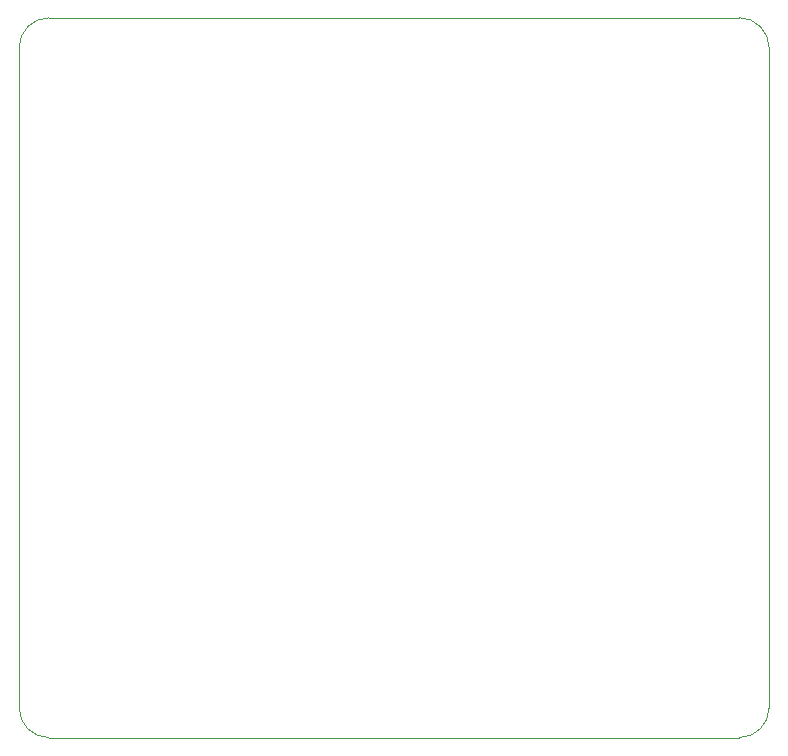
<source format=gm1>
G04 #@! TF.GenerationSoftware,KiCad,Pcbnew,8.0.9*
G04 #@! TF.CreationDate,2025-03-02T14:16:38+01:00*
G04 #@! TF.ProjectId,cjss190,636a7373-3139-4302-9e6b-696361645f70,rev?*
G04 #@! TF.SameCoordinates,Original*
G04 #@! TF.FileFunction,Profile,NP*
%FSLAX46Y46*%
G04 Gerber Fmt 4.6, Leading zero omitted, Abs format (unit mm)*
G04 Created by KiCad (PCBNEW 8.0.9) date 2025-03-02 14:16:38*
%MOMM*%
%LPD*%
G01*
G04 APERTURE LIST*
G04 #@! TA.AperFunction,Profile*
%ADD10C,0.050000*%
G04 #@! TD*
G04 APERTURE END LIST*
D10*
X44450000Y-46990000D02*
G75*
G02*
X46990000Y-44450000I2540000J0D01*
G01*
X46990000Y-44450000D02*
X105410000Y-44450000D01*
X107950000Y-46990000D02*
X107950000Y-102870000D01*
X46990000Y-105410000D02*
G75*
G02*
X44450000Y-102870000I0J2540000D01*
G01*
X44450000Y-102870000D02*
X44450000Y-46990000D01*
X105410000Y-44450000D02*
G75*
G02*
X107950000Y-46990000I0J-2540000D01*
G01*
X105410000Y-105410000D02*
X46990000Y-105410000D01*
X107950000Y-102870000D02*
G75*
G02*
X105410000Y-105410000I-2540000J0D01*
G01*
M02*

</source>
